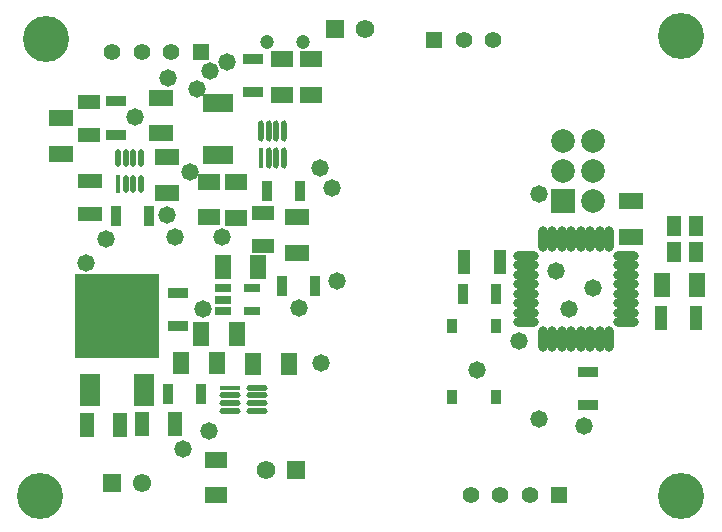
<source format=gts>
G04*
G04 #@! TF.GenerationSoftware,Altium Limited,Altium Designer,23.6.0 (18)*
G04*
G04 Layer_Color=8388736*
%FSLAX44Y44*%
%MOMM*%
G71*
G04*
G04 #@! TF.SameCoordinates,5DEB40B8-84CC-45EF-9636-C6304030FE47*
G04*
G04*
G04 #@! TF.FilePolarity,Negative*
G04*
G01*
G75*
%ADD17R,0.9500X1.7000*%
%ADD18R,1.7000X0.9500*%
%ADD23R,0.4650X1.8052*%
G04:AMPARAMS|DCode=24|XSize=1.8052mm|YSize=0.465mm|CornerRadius=0.2325mm|HoleSize=0mm|Usage=FLASHONLY|Rotation=90.000|XOffset=0mm|YOffset=0mm|HoleType=Round|Shape=RoundedRectangle|*
%AMROUNDEDRECTD24*
21,1,1.8052,0.0000,0,0,90.0*
21,1,1.3402,0.4650,0,0,90.0*
1,1,0.4650,0.0000,0.6701*
1,1,0.4650,0.0000,-0.6701*
1,1,0.4650,0.0000,-0.6701*
1,1,0.4650,0.0000,0.6701*
%
%ADD24ROUNDEDRECTD24*%
%ADD25R,0.4549X1.5052*%
G04:AMPARAMS|DCode=26|XSize=1.5052mm|YSize=0.4549mm|CornerRadius=0.2275mm|HoleSize=0mm|Usage=FLASHONLY|Rotation=90.000|XOffset=0mm|YOffset=0mm|HoleType=Round|Shape=RoundedRectangle|*
%AMROUNDEDRECTD26*
21,1,1.5052,0.0000,0,0,90.0*
21,1,1.0503,0.4549,0,0,90.0*
1,1,0.4549,0.0000,0.5252*
1,1,0.4549,0.0000,-0.5252*
1,1,0.4549,0.0000,-0.5252*
1,1,0.4549,0.0000,0.5252*
%
%ADD26ROUNDEDRECTD26*%
%ADD27R,1.8052X0.4650*%
G04:AMPARAMS|DCode=28|XSize=1.8052mm|YSize=0.465mm|CornerRadius=0.2325mm|HoleSize=0mm|Usage=FLASHONLY|Rotation=0.000|XOffset=0mm|YOffset=0mm|HoleType=Round|Shape=RoundedRectangle|*
%AMROUNDEDRECTD28*
21,1,1.8052,0.0000,0,0,0.0*
21,1,1.3402,0.4650,0,0,0.0*
1,1,0.4650,0.6701,0.0000*
1,1,0.4650,-0.6701,0.0000*
1,1,0.4650,-0.6701,0.0000*
1,1,0.4650,0.6701,0.0000*
%
%ADD28ROUNDEDRECTD28*%
%ADD40R,1.3208X2.0066*%
%ADD41R,1.9032X1.3532*%
%ADD42R,1.9532X1.3032*%
%ADD43R,1.3532X1.9032*%
%ADD44R,0.9532X1.2032*%
%ADD45O,2.1532X0.8032*%
%ADD46O,0.8032X2.1532*%
%ADD47R,1.2532X1.6532*%
%ADD48R,1.7032X2.7032*%
%ADD49R,7.2032X7.2032*%
%ADD50R,0.5032X1.6032*%
%ADD51R,2.0066X1.3208*%
%ADD52R,2.0232X1.2232*%
%ADD53R,1.0232X2.0232*%
%ADD54R,1.2232X2.0232*%
%ADD55R,1.4032X0.8032*%
%ADD56C,1.5700*%
%ADD57R,1.5700X1.5700*%
%ADD58R,1.4000X1.4000*%
%ADD59C,1.4000*%
%ADD60R,2.0032X2.0032*%
%ADD61C,2.0032*%
%ADD62R,1.5500X1.5500*%
%ADD63C,1.5500*%
%ADD64C,1.4732*%
%ADD65C,3.9032*%
%ADD66C,1.2032*%
D17*
X234666Y208026D02*
D03*
X262666D02*
D03*
X165892Y116840D02*
D03*
X137892D02*
D03*
X221712Y288798D02*
D03*
X249712D02*
D03*
X93950Y267716D02*
D03*
X121950D02*
D03*
X388082Y200914D02*
D03*
X416082D02*
D03*
D18*
X210312Y372588D02*
D03*
Y400588D02*
D03*
X94488Y336266D02*
D03*
Y364266D02*
D03*
X146812Y202214D02*
D03*
Y174214D02*
D03*
X494030Y135442D02*
D03*
Y107442D02*
D03*
D23*
X216766Y316230D02*
D03*
D24*
X223266D02*
D03*
X229766D02*
D03*
X236266D02*
D03*
Y339240D02*
D03*
X229766D02*
D03*
X223266D02*
D03*
X216766D02*
D03*
D25*
X95914Y294557D02*
D03*
D26*
X102414D02*
D03*
X108914D02*
D03*
X115414D02*
D03*
Y316567D02*
D03*
X108914D02*
D03*
X102414D02*
D03*
X95914D02*
D03*
D27*
X190425Y122018D02*
D03*
D28*
Y115518D02*
D03*
Y109018D02*
D03*
Y102518D02*
D03*
X213435D02*
D03*
Y109018D02*
D03*
Y115518D02*
D03*
Y122018D02*
D03*
D40*
X184658Y223774D02*
D03*
X214630D02*
D03*
X196342Y167640D02*
D03*
X166370D02*
D03*
X585978Y209042D02*
D03*
X556006D02*
D03*
D41*
X259334Y369810D02*
D03*
Y399810D02*
D03*
X234696Y370064D02*
D03*
Y400064D02*
D03*
X179070Y60720D02*
D03*
Y30720D02*
D03*
X172466Y266192D02*
D03*
Y296192D02*
D03*
X196088Y265924D02*
D03*
Y295924D02*
D03*
D42*
X218440Y241778D02*
D03*
Y269778D02*
D03*
X71374Y335982D02*
D03*
Y363982D02*
D03*
D43*
X210552Y141986D02*
D03*
X240552D02*
D03*
X179592Y143256D02*
D03*
X149592D02*
D03*
D44*
X378506Y114272D02*
D03*
Y174272D02*
D03*
X416006Y114272D02*
D03*
Y174272D02*
D03*
D45*
X526176Y177568D02*
D03*
Y185568D02*
D03*
Y193568D02*
D03*
Y201568D02*
D03*
Y209568D02*
D03*
Y217568D02*
D03*
Y225568D02*
D03*
Y233568D02*
D03*
X441176D02*
D03*
Y225568D02*
D03*
Y217568D02*
D03*
Y209568D02*
D03*
Y201568D02*
D03*
Y193568D02*
D03*
Y185568D02*
D03*
Y177568D02*
D03*
D46*
X511676Y248068D02*
D03*
X503676D02*
D03*
X495676D02*
D03*
X487676D02*
D03*
X479676D02*
D03*
X471676D02*
D03*
X463676D02*
D03*
X455676D02*
D03*
Y163068D02*
D03*
X463676D02*
D03*
X471676D02*
D03*
X479676D02*
D03*
X487676D02*
D03*
X495676D02*
D03*
X503676D02*
D03*
X511676D02*
D03*
D47*
X585216Y258482D02*
D03*
Y236982D02*
D03*
X566716D02*
D03*
Y258482D02*
D03*
D48*
X71996Y120126D02*
D03*
X117996D02*
D03*
D49*
X94996Y182626D02*
D03*
D50*
X190594Y362614D02*
D03*
X185594D02*
D03*
X180594D02*
D03*
X175594D02*
D03*
X170594D02*
D03*
Y318614D02*
D03*
X175594D02*
D03*
X180594D02*
D03*
X185594D02*
D03*
X190594D02*
D03*
D51*
X247396Y236220D02*
D03*
Y266192D02*
D03*
X47498Y320040D02*
D03*
Y350012D02*
D03*
X137160Y287020D02*
D03*
Y316992D02*
D03*
X132588Y337566D02*
D03*
Y367538D02*
D03*
X530098Y249682D02*
D03*
Y279654D02*
D03*
D52*
X72390Y269210D02*
D03*
Y297210D02*
D03*
D53*
X555230Y180848D02*
D03*
X585230D02*
D03*
X418860Y228092D02*
D03*
X388860D02*
D03*
D54*
X97820Y90678D02*
D03*
X69820D02*
D03*
X116048Y90932D02*
D03*
X144048D02*
D03*
D55*
X184604Y206096D02*
D03*
Y196596D02*
D03*
Y187096D02*
D03*
X209604D02*
D03*
Y206096D02*
D03*
D56*
X305054Y425958D02*
D03*
X220726Y52324D02*
D03*
D57*
X279654Y425958D02*
D03*
X246126Y52324D02*
D03*
D58*
X363512Y416052D02*
D03*
X165932Y405892D02*
D03*
X469354Y31242D02*
D03*
D59*
X388512Y416052D02*
D03*
X413512D02*
D03*
X90932Y405892D02*
D03*
X115932D02*
D03*
X140932D02*
D03*
X394354Y31242D02*
D03*
X419354D02*
D03*
X444354D02*
D03*
D60*
X472948Y280416D02*
D03*
D61*
X498348D02*
D03*
X472948Y305816D02*
D03*
X498348D02*
D03*
X472948Y331216D02*
D03*
X498348D02*
D03*
D62*
X91078Y41656D02*
D03*
D63*
X116078D02*
D03*
D64*
X249428Y189230D02*
D03*
X68326Y227584D02*
D03*
X183642Y249576D02*
D03*
X136906Y268288D02*
D03*
X143764Y249936D02*
D03*
X490474Y89916D02*
D03*
X451866Y95250D02*
D03*
X267970Y143002D02*
D03*
X281178Y212598D02*
D03*
X266700Y307594D02*
D03*
X400050Y137160D02*
D03*
X167894Y188976D02*
D03*
X110236Y350774D02*
D03*
X162324Y374867D02*
D03*
X188468Y397510D02*
D03*
X173482Y390144D02*
D03*
X156464Y304546D02*
D03*
X85852Y247650D02*
D03*
X497840Y206502D02*
D03*
X452628Y285750D02*
D03*
X466852Y220726D02*
D03*
X477266Y188722D02*
D03*
X435610Y161544D02*
D03*
X172720Y85598D02*
D03*
X150876Y70104D02*
D03*
X137922Y383794D02*
D03*
X276860Y291338D02*
D03*
D65*
X34544Y417322D02*
D03*
X572456Y420000D02*
D03*
X30000Y30000D02*
D03*
X572456D02*
D03*
D66*
X221742Y414274D02*
D03*
X252730Y414528D02*
D03*
M02*

</source>
